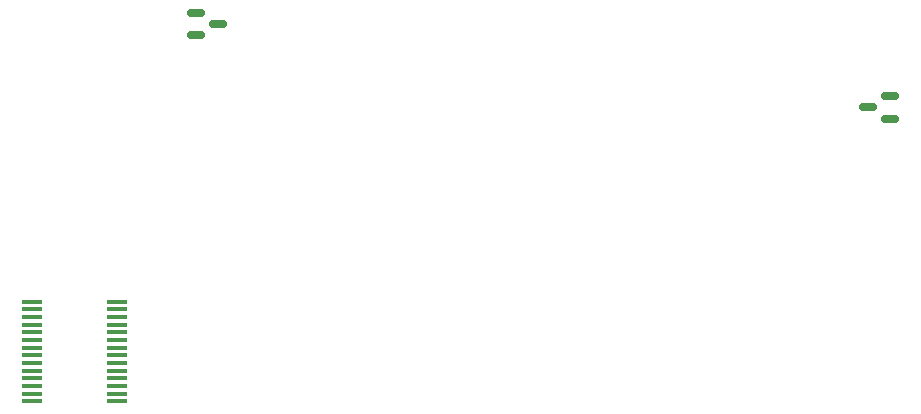
<source format=gbr>
%TF.GenerationSoftware,KiCad,Pcbnew,7.0.7*%
%TF.CreationDate,2023-12-17T16:56:00-07:00*%
%TF.ProjectId,Blank Cu Board,426c616e-6b20-4437-9520-426f6172642e,rev?*%
%TF.SameCoordinates,Original*%
%TF.FileFunction,Paste,Top*%
%TF.FilePolarity,Positive*%
%FSLAX46Y46*%
G04 Gerber Fmt 4.6, Leading zero omitted, Abs format (unit mm)*
G04 Created by KiCad (PCBNEW 7.0.7) date 2023-12-17 16:56:00*
%MOMM*%
%LPD*%
G01*
G04 APERTURE LIST*
G04 Aperture macros list*
%AMRoundRect*
0 Rectangle with rounded corners*
0 $1 Rounding radius*
0 $2 $3 $4 $5 $6 $7 $8 $9 X,Y pos of 4 corners*
0 Add a 4 corners polygon primitive as box body*
4,1,4,$2,$3,$4,$5,$6,$7,$8,$9,$2,$3,0*
0 Add four circle primitives for the rounded corners*
1,1,$1+$1,$2,$3*
1,1,$1+$1,$4,$5*
1,1,$1+$1,$6,$7*
1,1,$1+$1,$8,$9*
0 Add four rect primitives between the rounded corners*
20,1,$1+$1,$2,$3,$4,$5,0*
20,1,$1+$1,$4,$5,$6,$7,0*
20,1,$1+$1,$6,$7,$8,$9,0*
20,1,$1+$1,$8,$9,$2,$3,0*%
G04 Aperture macros list end*
%ADD10RoundRect,0.150000X0.587500X0.150000X-0.587500X0.150000X-0.587500X-0.150000X0.587500X-0.150000X0*%
%ADD11R,1.750000X0.450000*%
%ADD12RoundRect,0.150000X-0.587500X-0.150000X0.587500X-0.150000X0.587500X0.150000X-0.587500X0.150000X0*%
G04 APERTURE END LIST*
D10*
%TO.C,Q1*%
X200737500Y-81290000D03*
X200737500Y-79390000D03*
X198862500Y-80340000D03*
%TD*%
D11*
%TO.C,U1*%
X128090000Y-96780000D03*
X128090000Y-97430000D03*
X128090000Y-98080000D03*
X128090000Y-98730000D03*
X128090000Y-99380000D03*
X128090000Y-100030000D03*
X128090000Y-100680000D03*
X128090000Y-101330000D03*
X128090000Y-101980000D03*
X128090000Y-102630000D03*
X128090000Y-103280000D03*
X128090000Y-103930000D03*
X128090000Y-104580000D03*
X128090000Y-105230000D03*
X135290000Y-105230000D03*
X135290000Y-104580000D03*
X135290000Y-103930000D03*
X135290000Y-103280000D03*
X135290000Y-102630000D03*
X135290000Y-101980000D03*
X135290000Y-101330000D03*
X135290000Y-100680000D03*
X135290000Y-100030000D03*
X135290000Y-99380000D03*
X135290000Y-98730000D03*
X135290000Y-98080000D03*
X135290000Y-97430000D03*
X135290000Y-96780000D03*
%TD*%
D12*
%TO.C,Q2*%
X141930000Y-72330000D03*
X141930000Y-74230000D03*
X143805000Y-73280000D03*
%TD*%
M02*

</source>
